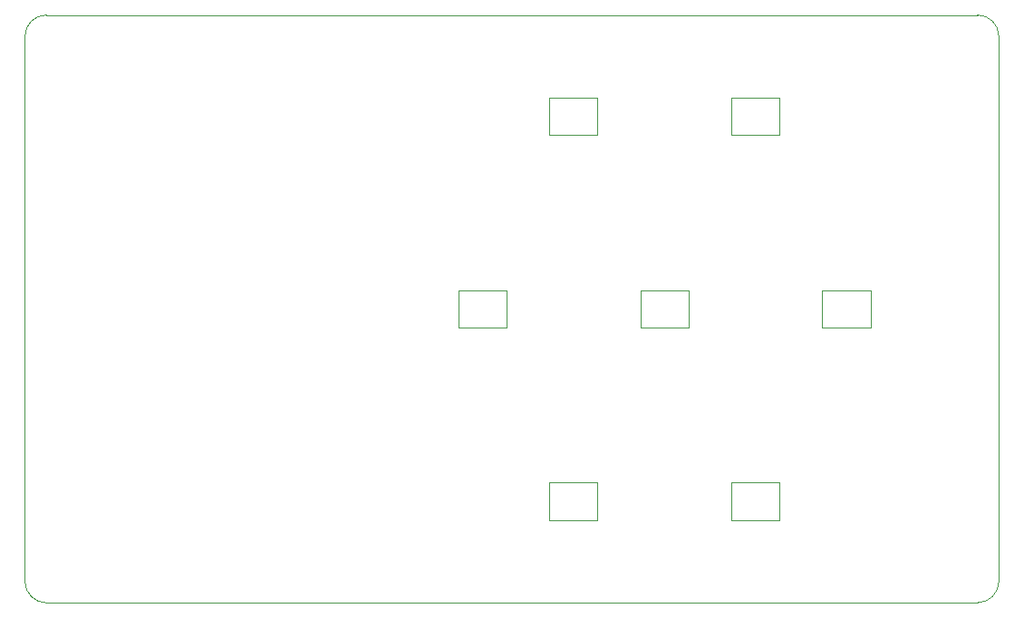
<source format=gm1>
G04 #@! TF.GenerationSoftware,KiCad,Pcbnew,(5.1.5)-3*
G04 #@! TF.CreationDate,2021-03-06T01:45:53+09:00*
G04 #@! TF.ProjectId,Nafuda,4e616675-6461-42e6-9b69-6361645f7063,rev?*
G04 #@! TF.SameCoordinates,Original*
G04 #@! TF.FileFunction,Profile,NP*
%FSLAX46Y46*%
G04 Gerber Fmt 4.6, Leading zero omitted, Abs format (unit mm)*
G04 Created by KiCad (PCBNEW (5.1.5)-3) date 2021-03-06 01:45:53*
%MOMM*%
%LPD*%
G04 APERTURE LIST*
%ADD10C,0.100000*%
G04 APERTURE END LIST*
D10*
X166000000Y-107750000D02*
X166000000Y-111250000D01*
X170500000Y-107750000D02*
X166000000Y-107750000D01*
X170500000Y-111250000D02*
X170500000Y-107750000D01*
X166000000Y-111250000D02*
X170500000Y-111250000D01*
X179000000Y-125750000D02*
X174500000Y-125750000D01*
X174500000Y-129250000D02*
X179000000Y-129250000D01*
X174500000Y-125750000D02*
X174500000Y-129250000D01*
X179000000Y-129250000D02*
X179000000Y-125750000D01*
X153500000Y-111250000D02*
X149000000Y-111250000D01*
X153500000Y-107750000D02*
X153500000Y-111250000D01*
X149000000Y-107750000D02*
X153500000Y-107750000D01*
X149000000Y-111250000D02*
X149000000Y-107750000D01*
X153500000Y-147250000D02*
X149000000Y-147250000D01*
X153500000Y-143750000D02*
X153500000Y-147250000D01*
X149000000Y-143750000D02*
X153500000Y-143750000D01*
X149000000Y-147250000D02*
X149000000Y-143750000D01*
X170500000Y-147250000D02*
X166000000Y-147250000D01*
X170500000Y-143750000D02*
X170500000Y-147250000D01*
X166000000Y-143750000D02*
X170500000Y-143750000D01*
X166000000Y-147250000D02*
X166000000Y-143750000D01*
X140500000Y-129250000D02*
X140500000Y-125750000D01*
X145000000Y-129250000D02*
X140500000Y-129250000D01*
X145000000Y-125750000D02*
X145000000Y-129250000D01*
X140500000Y-125750000D02*
X145000000Y-125750000D01*
X157500000Y-125750000D02*
X157500000Y-129250000D01*
X162000000Y-125750000D02*
X157500000Y-125750000D01*
X162000000Y-129250000D02*
X162000000Y-125750000D01*
X157500000Y-129250000D02*
X162000000Y-129250000D01*
X102000000Y-155000000D02*
G75*
G02X100000000Y-153000000I0J2000000D01*
G01*
X100000000Y-102000000D02*
G75*
G02X102000000Y-100000000I2000000J0D01*
G01*
X189000000Y-100000000D02*
G75*
G02X191000000Y-102000000I0J-2000000D01*
G01*
X191000000Y-153000000D02*
G75*
G02X189000000Y-155000000I-2000000J0D01*
G01*
X102000000Y-100000000D02*
X189000000Y-100000000D01*
X191000000Y-102000000D02*
X191000000Y-153000000D01*
X102000000Y-155000000D02*
X189000000Y-155000000D01*
X100000000Y-102000000D02*
X100000000Y-153000000D01*
M02*

</source>
